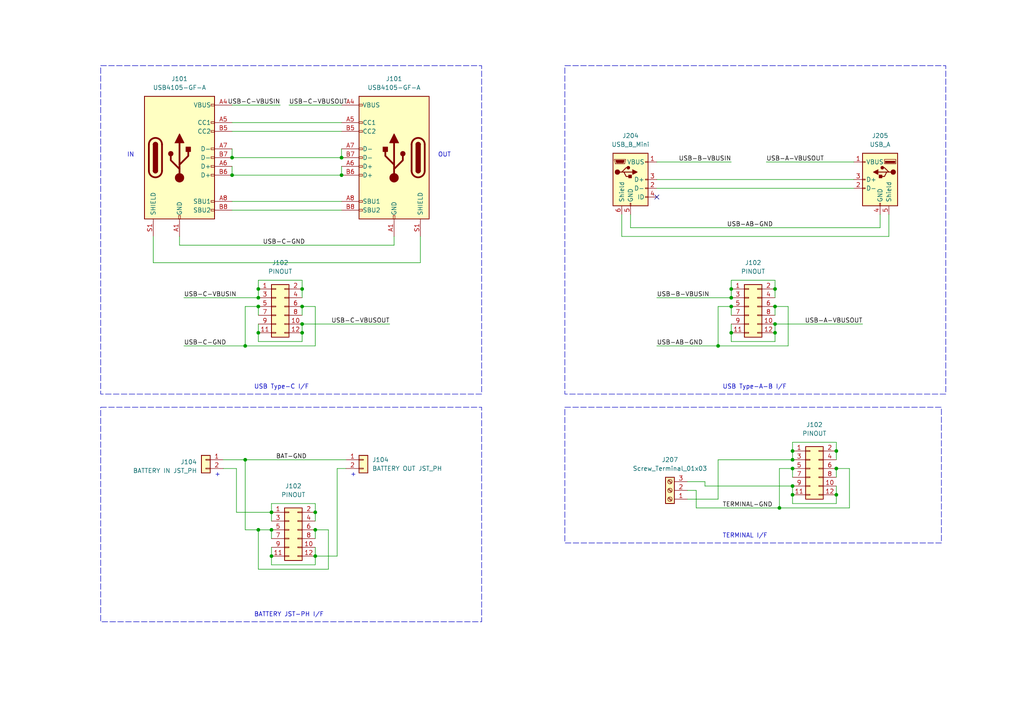
<source format=kicad_sch>
(kicad_sch (version 20230121) (generator eeschema)

  (uuid 963d2495-ce73-45de-8109-9d2ab9613abe)

  (paper "A4")

  (lib_symbols
    (symbol "Connector_Generic:Conn_01x02" (pin_names (offset 1.016) hide) (in_bom yes) (on_board yes)
      (property "Reference" "J" (at 0 2.54 0)
        (effects (font (size 1.27 1.27)))
      )
      (property "Value" "Conn_01x02" (at 0 -5.08 0)
        (effects (font (size 1.27 1.27)))
      )
      (property "Footprint" "" (at 0 0 0)
        (effects (font (size 1.27 1.27)) hide)
      )
      (property "Datasheet" "~" (at 0 0 0)
        (effects (font (size 1.27 1.27)) hide)
      )
      (property "ki_keywords" "connector" (at 0 0 0)
        (effects (font (size 1.27 1.27)) hide)
      )
      (property "ki_description" "Generic connector, single row, 01x02, script generated (kicad-library-utils/schlib/autogen/connector/)" (at 0 0 0)
        (effects (font (size 1.27 1.27)) hide)
      )
      (property "ki_fp_filters" "Connector*:*_1x??_*" (at 0 0 0)
        (effects (font (size 1.27 1.27)) hide)
      )
      (symbol "Conn_01x02_1_1"
        (rectangle (start -1.27 -2.413) (end 0 -2.667)
          (stroke (width 0.1524) (type default))
          (fill (type none))
        )
        (rectangle (start -1.27 0.127) (end 0 -0.127)
          (stroke (width 0.1524) (type default))
          (fill (type none))
        )
        (rectangle (start -1.27 1.27) (end 1.27 -3.81)
          (stroke (width 0.254) (type default))
          (fill (type background))
        )
        (pin passive line (at -5.08 0 0) (length 3.81)
          (name "Pin_1" (effects (font (size 1.27 1.27))))
          (number "1" (effects (font (size 1.27 1.27))))
        )
        (pin passive line (at -5.08 -2.54 0) (length 3.81)
          (name "Pin_2" (effects (font (size 1.27 1.27))))
          (number "2" (effects (font (size 1.27 1.27))))
        )
      )
    )
    (symbol "tbctl:Conn_02x06_Odd_Even" (pin_names (offset 1.016) hide) (in_bom yes) (on_board yes)
      (property "Reference" "J" (at 1.27 7.62 0)
        (effects (font (size 1.27 1.27)))
      )
      (property "Value" "Conn_02x06_Odd_Even" (at 1.27 -10.16 0)
        (effects (font (size 1.27 1.27)))
      )
      (property "Footprint" "" (at 0 0 0)
        (effects (font (size 1.27 1.27)) hide)
      )
      (property "Datasheet" "~" (at 0 0 0)
        (effects (font (size 1.27 1.27)) hide)
      )
      (property "ki_keywords" "connector" (at 0 0 0)
        (effects (font (size 1.27 1.27)) hide)
      )
      (property "ki_description" "Generic connector, double row, 02x06, odd/even pin numbering scheme (row 1 odd numbers, row 2 even numbers), script generated (kicad-library-utils/schlib/autogen/connector/)" (at 0 0 0)
        (effects (font (size 1.27 1.27)) hide)
      )
      (property "ki_fp_filters" "Connector*:*_2x??_*" (at 0 0 0)
        (effects (font (size 1.27 1.27)) hide)
      )
      (symbol "Conn_02x06_Odd_Even_1_1"
        (rectangle (start -1.27 -7.493) (end 0 -7.747)
          (stroke (width 0.1524) (type default))
          (fill (type none))
        )
        (rectangle (start -1.27 -4.953) (end 0 -5.207)
          (stroke (width 0.1524) (type default))
          (fill (type none))
        )
        (rectangle (start -1.27 -2.413) (end 0 -2.667)
          (stroke (width 0.1524) (type default))
          (fill (type none))
        )
        (rectangle (start -1.27 0.127) (end 0 -0.127)
          (stroke (width 0.1524) (type default))
          (fill (type none))
        )
        (rectangle (start -1.27 2.667) (end 0 2.413)
          (stroke (width 0.1524) (type default))
          (fill (type none))
        )
        (rectangle (start -1.27 5.207) (end 0 4.953)
          (stroke (width 0.1524) (type default))
          (fill (type none))
        )
        (rectangle (start -1.27 6.35) (end 3.81 -8.89)
          (stroke (width 0.254) (type default))
          (fill (type background))
        )
        (rectangle (start 3.81 -7.493) (end 2.54 -7.747)
          (stroke (width 0.1524) (type default))
          (fill (type none))
        )
        (rectangle (start 3.81 -4.953) (end 2.54 -5.207)
          (stroke (width 0.1524) (type default))
          (fill (type none))
        )
        (rectangle (start 3.81 -2.413) (end 2.54 -2.667)
          (stroke (width 0.1524) (type default))
          (fill (type none))
        )
        (rectangle (start 3.81 0.127) (end 2.54 -0.127)
          (stroke (width 0.1524) (type default))
          (fill (type none))
        )
        (rectangle (start 3.81 2.667) (end 2.54 2.413)
          (stroke (width 0.1524) (type default))
          (fill (type none))
        )
        (rectangle (start 3.81 5.207) (end 2.54 4.953)
          (stroke (width 0.1524) (type default))
          (fill (type none))
        )
        (pin passive line (at -5.08 5.08 0) (length 3.81)
          (name "Pin_1" (effects (font (size 1.27 1.27))))
          (number "1" (effects (font (size 1.27 1.27))))
        )
        (pin passive line (at 7.62 -5.08 180) (length 3.81)
          (name "Pin_10" (effects (font (size 1.27 1.27))))
          (number "10" (effects (font (size 1.27 1.27))))
        )
        (pin passive line (at -5.08 -7.62 0) (length 3.81)
          (name "Pin_11" (effects (font (size 1.27 1.27))))
          (number "11" (effects (font (size 1.27 1.27))))
        )
        (pin passive line (at 7.62 -7.62 180) (length 3.81)
          (name "Pin_12" (effects (font (size 1.27 1.27))))
          (number "12" (effects (font (size 1.27 1.27))))
        )
        (pin passive line (at 7.62 5.08 180) (length 3.81)
          (name "Pin_2" (effects (font (size 1.27 1.27))))
          (number "2" (effects (font (size 1.27 1.27))))
        )
        (pin passive line (at -5.08 2.54 0) (length 3.81)
          (name "Pin_3" (effects (font (size 1.27 1.27))))
          (number "3" (effects (font (size 1.27 1.27))))
        )
        (pin passive line (at 7.62 2.54 180) (length 3.81)
          (name "Pin_4" (effects (font (size 1.27 1.27))))
          (number "4" (effects (font (size 1.27 1.27))))
        )
        (pin passive line (at -5.08 0 0) (length 3.81)
          (name "Pin_5" (effects (font (size 1.27 1.27))))
          (number "5" (effects (font (size 1.27 1.27))))
        )
        (pin passive line (at 7.62 0 180) (length 3.81)
          (name "Pin_6" (effects (font (size 1.27 1.27))))
          (number "6" (effects (font (size 1.27 1.27))))
        )
        (pin passive line (at -5.08 -2.54 0) (length 3.81)
          (name "Pin_7" (effects (font (size 1.27 1.27))))
          (number "7" (effects (font (size 1.27 1.27))))
        )
        (pin passive line (at 7.62 -2.54 180) (length 3.81)
          (name "Pin_8" (effects (font (size 1.27 1.27))))
          (number "8" (effects (font (size 1.27 1.27))))
        )
        (pin passive line (at -5.08 -5.08 0) (length 3.81)
          (name "Pin_9" (effects (font (size 1.27 1.27))))
          (number "9" (effects (font (size 1.27 1.27))))
        )
      )
    )
    (symbol "tbctl:Screw_Terminal_01x03" (pin_names (offset 1.016) hide) (in_bom yes) (on_board yes)
      (property "Reference" "J" (at 0 5.08 0)
        (effects (font (size 1.27 1.27)))
      )
      (property "Value" "Screw_Terminal_01x03" (at 0 -5.08 0)
        (effects (font (size 1.27 1.27)))
      )
      (property "Footprint" "tbctl:TB112-2-2-3-E-1 Terminal Block" (at 0 0 0)
        (effects (font (size 1.27 1.27)) hide)
      )
      (property "Datasheet" "~" (at 0 0 0)
        (effects (font (size 1.27 1.27)) hide)
      )
      (property "ki_keywords" "screw terminal" (at 0 0 0)
        (effects (font (size 1.27 1.27)) hide)
      )
      (property "ki_description" "Generic screw terminal, single row, 01x03, script generated (kicad-library-utils/schlib/autogen/connector/)" (at 0 0 0)
        (effects (font (size 1.27 1.27)) hide)
      )
      (property "ki_fp_filters" "TerminalBlock*:*" (at 0 0 0)
        (effects (font (size 1.27 1.27)) hide)
      )
      (symbol "Screw_Terminal_01x03_1_1"
        (rectangle (start -1.27 3.81) (end 1.27 -3.81)
          (stroke (width 0.254) (type default))
          (fill (type background))
        )
        (circle (center 0 -2.54) (radius 0.635)
          (stroke (width 0.1524) (type default))
          (fill (type none))
        )
        (polyline
          (pts
            (xy -0.5334 -2.2098)
            (xy 0.3302 -3.048)
          )
          (stroke (width 0.1524) (type default))
          (fill (type none))
        )
        (polyline
          (pts
            (xy -0.5334 0.3302)
            (xy 0.3302 -0.508)
          )
          (stroke (width 0.1524) (type default))
          (fill (type none))
        )
        (polyline
          (pts
            (xy -0.5334 2.8702)
            (xy 0.3302 2.032)
          )
          (stroke (width 0.1524) (type default))
          (fill (type none))
        )
        (polyline
          (pts
            (xy -0.3556 -2.032)
            (xy 0.508 -2.8702)
          )
          (stroke (width 0.1524) (type default))
          (fill (type none))
        )
        (polyline
          (pts
            (xy -0.3556 0.508)
            (xy 0.508 -0.3302)
          )
          (stroke (width 0.1524) (type default))
          (fill (type none))
        )
        (polyline
          (pts
            (xy -0.3556 3.048)
            (xy 0.508 2.2098)
          )
          (stroke (width 0.1524) (type default))
          (fill (type none))
        )
        (circle (center 0 0) (radius 0.635)
          (stroke (width 0.1524) (type default))
          (fill (type none))
        )
        (circle (center 0 2.54) (radius 0.635)
          (stroke (width 0.1524) (type default))
          (fill (type none))
        )
        (pin passive line (at -5.08 2.54 0) (length 3.81)
          (name "Pin_1" (effects (font (size 1.27 1.27))))
          (number "1" (effects (font (size 1.27 1.27))))
        )
        (pin passive line (at -5.08 0 0) (length 3.81)
          (name "Pin_2" (effects (font (size 1.27 1.27))))
          (number "2" (effects (font (size 1.27 1.27))))
        )
        (pin passive line (at -5.08 -2.54 0) (length 3.81)
          (name "Pin_3" (effects (font (size 1.27 1.27))))
          (number "3" (effects (font (size 1.27 1.27))))
        )
      )
    )
    (symbol "tbctl:USB_A" (pin_names (offset 1.016)) (in_bom yes) (on_board yes)
      (property "Reference" "J" (at -5.08 11.43 0)
        (effects (font (size 1.27 1.27)) (justify left))
      )
      (property "Value" "USB_A" (at -5.08 8.89 0)
        (effects (font (size 1.27 1.27)) (justify left))
      )
      (property "Footprint" "tbctl:USB_A_5075AR-04" (at 3.81 -1.27 0)
        (effects (font (size 1.27 1.27)) hide)
      )
      (property "Datasheet" " ~" (at 3.81 -1.27 0)
        (effects (font (size 1.27 1.27)) hide)
      )
      (property "ki_keywords" "connector USB" (at 0 0 0)
        (effects (font (size 1.27 1.27)) hide)
      )
      (property "ki_description" "USB Type A connector" (at 0 0 0)
        (effects (font (size 1.27 1.27)) hide)
      )
      (property "ki_fp_filters" "USB*" (at 0 0 0)
        (effects (font (size 1.27 1.27)) hide)
      )
      (symbol "USB_A_0_1"
        (rectangle (start -5.08 -7.62) (end 5.08 7.62)
          (stroke (width 0.254) (type default))
          (fill (type background))
        )
        (circle (center -3.81 2.159) (radius 0.635)
          (stroke (width 0.254) (type default))
          (fill (type outline))
        )
        (rectangle (start -1.524 4.826) (end -4.318 5.334)
          (stroke (width 0) (type default))
          (fill (type outline))
        )
        (rectangle (start -1.27 4.572) (end -4.572 5.842)
          (stroke (width 0) (type default))
          (fill (type none))
        )
        (circle (center -0.635 3.429) (radius 0.381)
          (stroke (width 0.254) (type default))
          (fill (type outline))
        )
        (rectangle (start -0.127 -7.62) (end 0.127 -6.858)
          (stroke (width 0) (type default))
          (fill (type none))
        )
        (polyline
          (pts
            (xy -3.175 2.159)
            (xy -2.54 2.159)
            (xy -1.27 3.429)
            (xy -0.635 3.429)
          )
          (stroke (width 0.254) (type default))
          (fill (type none))
        )
        (polyline
          (pts
            (xy -2.54 2.159)
            (xy -1.905 2.159)
            (xy -1.27 0.889)
            (xy 0 0.889)
          )
          (stroke (width 0.254) (type default))
          (fill (type none))
        )
        (polyline
          (pts
            (xy 0.635 2.794)
            (xy 0.635 1.524)
            (xy 1.905 2.159)
            (xy 0.635 2.794)
          )
          (stroke (width 0.254) (type default))
          (fill (type outline))
        )
        (rectangle (start 0.254 1.27) (end -0.508 0.508)
          (stroke (width 0.254) (type default))
          (fill (type outline))
        )
        (rectangle (start 5.08 -2.667) (end 4.318 -2.413)
          (stroke (width 0) (type default))
          (fill (type none))
        )
        (rectangle (start 5.08 -0.127) (end 4.318 0.127)
          (stroke (width 0) (type default))
          (fill (type none))
        )
        (rectangle (start 5.08 4.953) (end 4.318 5.207)
          (stroke (width 0) (type default))
          (fill (type none))
        )
      )
      (symbol "USB_A_1_1"
        (polyline
          (pts
            (xy -1.905 2.159)
            (xy 0.635 2.159)
          )
          (stroke (width 0.254) (type default))
          (fill (type none))
        )
        (pin power_in line (at 7.62 5.08 180) (length 2.54)
          (name "VBUS" (effects (font (size 1.27 1.27))))
          (number "1" (effects (font (size 1.27 1.27))))
        )
        (pin bidirectional line (at 7.62 -2.54 180) (length 2.54)
          (name "D-" (effects (font (size 1.27 1.27))))
          (number "2" (effects (font (size 1.27 1.27))))
        )
        (pin bidirectional line (at 7.62 0 180) (length 2.54)
          (name "D+" (effects (font (size 1.27 1.27))))
          (number "3" (effects (font (size 1.27 1.27))))
        )
        (pin power_in line (at 0 -10.16 90) (length 2.54)
          (name "GND" (effects (font (size 1.27 1.27))))
          (number "4" (effects (font (size 1.27 1.27))))
        )
        (pin passive line (at -2.54 -10.16 90) (length 2.54)
          (name "Shield" (effects (font (size 1.27 1.27))))
          (number "5" (effects (font (size 1.27 1.27))))
        )
      )
    )
    (symbol "tbctl:USB_B_Mini" (pin_names (offset 1.016)) (in_bom yes) (on_board yes)
      (property "Reference" "J" (at -5.08 11.43 0)
        (effects (font (size 1.27 1.27)) (justify left))
      )
      (property "Value" "USB_B_Mini" (at -5.08 8.89 0)
        (effects (font (size 1.27 1.27)) (justify left))
      )
      (property "Footprint" "tbctl:usb mini B connector c2235 dim 2" (at 3.81 -1.27 0)
        (effects (font (size 1.27 1.27)) hide)
      )
      (property "Datasheet" "~" (at 3.81 -1.27 0)
        (effects (font (size 1.27 1.27)) hide)
      )
      (property "ki_keywords" "connector USB mini" (at 0 0 0)
        (effects (font (size 1.27 1.27)) hide)
      )
      (property "ki_description" "USB Mini Type B connector" (at 0 0 0)
        (effects (font (size 1.27 1.27)) hide)
      )
      (property "ki_fp_filters" "USB*" (at 0 0 0)
        (effects (font (size 1.27 1.27)) hide)
      )
      (symbol "USB_B_Mini_0_1"
        (rectangle (start -5.08 -7.62) (end 5.08 7.62)
          (stroke (width 0.254) (type default))
          (fill (type background))
        )
        (circle (center -3.81 2.159) (radius 0.635)
          (stroke (width 0.254) (type default))
          (fill (type outline))
        )
        (circle (center -0.635 3.429) (radius 0.381)
          (stroke (width 0.254) (type default))
          (fill (type outline))
        )
        (rectangle (start -0.127 -7.62) (end 0.127 -6.858)
          (stroke (width 0) (type default))
          (fill (type none))
        )
        (polyline
          (pts
            (xy -1.905 2.159)
            (xy 0.635 2.159)
          )
          (stroke (width 0.254) (type default))
          (fill (type none))
        )
        (polyline
          (pts
            (xy -3.175 2.159)
            (xy -2.54 2.159)
            (xy -1.27 3.429)
            (xy -0.635 3.429)
          )
          (stroke (width 0.254) (type default))
          (fill (type none))
        )
        (polyline
          (pts
            (xy -2.54 2.159)
            (xy -1.905 2.159)
            (xy -1.27 0.889)
            (xy 0 0.889)
          )
          (stroke (width 0.254) (type default))
          (fill (type none))
        )
        (polyline
          (pts
            (xy 0.635 2.794)
            (xy 0.635 1.524)
            (xy 1.905 2.159)
            (xy 0.635 2.794)
          )
          (stroke (width 0.254) (type default))
          (fill (type outline))
        )
        (polyline
          (pts
            (xy -4.318 5.588)
            (xy -1.778 5.588)
            (xy -2.032 4.826)
            (xy -4.064 4.826)
            (xy -4.318 5.588)
          )
          (stroke (width 0) (type default))
          (fill (type outline))
        )
        (polyline
          (pts
            (xy -4.699 5.842)
            (xy -4.699 5.588)
            (xy -4.445 4.826)
            (xy -4.445 4.572)
            (xy -1.651 4.572)
            (xy -1.651 4.826)
            (xy -1.397 5.588)
            (xy -1.397 5.842)
            (xy -4.699 5.842)
          )
          (stroke (width 0) (type default))
          (fill (type none))
        )
        (rectangle (start 0.254 1.27) (end -0.508 0.508)
          (stroke (width 0.254) (type default))
          (fill (type outline))
        )
        (rectangle (start 5.08 -5.207) (end 4.318 -4.953)
          (stroke (width 0) (type default))
          (fill (type none))
        )
        (rectangle (start 5.08 -2.667) (end 4.318 -2.413)
          (stroke (width 0) (type default))
          (fill (type none))
        )
        (rectangle (start 5.08 -0.127) (end 4.318 0.127)
          (stroke (width 0) (type default))
          (fill (type none))
        )
        (rectangle (start 5.08 4.953) (end 4.318 5.207)
          (stroke (width 0) (type default))
          (fill (type none))
        )
      )
      (symbol "USB_B_Mini_1_1"
        (pin power_out line (at 7.62 5.08 180) (length 2.54)
          (name "VBUS" (effects (font (size 1.27 1.27))))
          (number "1" (effects (font (size 1.27 1.27))))
        )
        (pin bidirectional line (at 7.62 -2.54 180) (length 2.54)
          (name "D-" (effects (font (size 1.27 1.27))))
          (number "2" (effects (font (size 1.27 1.27))))
        )
        (pin bidirectional line (at 7.62 0 180) (length 2.54)
          (name "D+" (effects (font (size 1.27 1.27))))
          (number "3" (effects (font (size 1.27 1.27))))
        )
        (pin passive line (at 7.62 -5.08 180) (length 2.54)
          (name "ID" (effects (font (size 1.27 1.27))))
          (number "4" (effects (font (size 1.27 1.27))))
        )
        (pin power_out line (at 0 -10.16 90) (length 2.54)
          (name "GND" (effects (font (size 1.27 1.27))))
          (number "5" (effects (font (size 1.27 1.27))))
        )
        (pin passive line (at -2.54 -10.16 90) (length 2.54)
          (name "Shield" (effects (font (size 1.27 1.27))))
          (number "6" (effects (font (size 1.27 1.27))))
        )
      )
    )
    (symbol "tbctl:USB_C_Receptacle_USB2.0_5077CR" (pin_names (offset 1.016)) (in_bom yes) (on_board yes)
      (property "Reference" "J" (at -10.16 19.05 0)
        (effects (font (size 1.27 1.27)) (justify left))
      )
      (property "Value" "USB_C_Receptacle_USB2.0_5077CR" (at 19.05 19.05 0)
        (effects (font (size 1.27 1.27)) (justify right))
      )
      (property "Footprint" "tbctl:USB_C_5077CR-16-SMC2-BK-TR" (at 3.81 0 0)
        (effects (font (size 1.27 1.27)) hide)
      )
      (property "Datasheet" "https://www.usb.org/sites/default/files/documents/usb_type-c.zip" (at 3.81 0 0)
        (effects (font (size 1.27 1.27)) hide)
      )
      (property "ki_keywords" "usb universal serial bus type-C USB2.0" (at 0 0 0)
        (effects (font (size 1.27 1.27)) hide)
      )
      (property "ki_description" "USB 2.0-only Type-C Receptacle connector" (at 0 0 0)
        (effects (font (size 1.27 1.27)) hide)
      )
      (property "ki_fp_filters" "USB*C*Receptacle*" (at 0 0 0)
        (effects (font (size 1.27 1.27)) hide)
      )
      (symbol "USB_C_Receptacle_USB2.0_5077CR_0_0"
        (rectangle (start -0.254 -17.78) (end 0.254 -16.764)
          (stroke (width 0) (type default))
          (fill (type none))
        )
        (rectangle (start 10.16 -14.986) (end 9.144 -15.494)
          (stroke (width 0) (type default))
          (fill (type none))
        )
        (rectangle (start 10.16 -12.446) (end 9.144 -12.954)
          (stroke (width 0) (type default))
          (fill (type none))
        )
        (rectangle (start 10.16 -4.826) (end 9.144 -5.334)
          (stroke (width 0) (type default))
          (fill (type none))
        )
        (rectangle (start 10.16 -2.286) (end 9.144 -2.794)
          (stroke (width 0) (type default))
          (fill (type none))
        )
        (rectangle (start 10.16 0.254) (end 9.144 -0.254)
          (stroke (width 0) (type default))
          (fill (type none))
        )
        (rectangle (start 10.16 2.794) (end 9.144 2.286)
          (stroke (width 0) (type default))
          (fill (type none))
        )
        (rectangle (start 10.16 7.874) (end 9.144 7.366)
          (stroke (width 0) (type default))
          (fill (type none))
        )
        (rectangle (start 10.16 10.414) (end 9.144 9.906)
          (stroke (width 0) (type default))
          (fill (type none))
        )
        (rectangle (start 10.16 15.494) (end 9.144 14.986)
          (stroke (width 0) (type default))
          (fill (type none))
        )
      )
      (symbol "USB_C_Receptacle_USB2.0_5077CR_0_1"
        (rectangle (start -10.16 17.78) (end 10.16 -17.78)
          (stroke (width 0.254) (type default))
          (fill (type background))
        )
        (arc (start -8.89 -3.81) (mid -6.985 -5.7067) (end -5.08 -3.81)
          (stroke (width 0.508) (type default))
          (fill (type none))
        )
        (arc (start -7.62 -3.81) (mid -6.985 -4.4423) (end -6.35 -3.81)
          (stroke (width 0.254) (type default))
          (fill (type none))
        )
        (arc (start -7.62 -3.81) (mid -6.985 -4.4423) (end -6.35 -3.81)
          (stroke (width 0.254) (type default))
          (fill (type outline))
        )
        (rectangle (start -7.62 -3.81) (end -6.35 3.81)
          (stroke (width 0.254) (type default))
          (fill (type outline))
        )
        (arc (start -6.35 3.81) (mid -6.985 4.4423) (end -7.62 3.81)
          (stroke (width 0.254) (type default))
          (fill (type none))
        )
        (arc (start -6.35 3.81) (mid -6.985 4.4423) (end -7.62 3.81)
          (stroke (width 0.254) (type default))
          (fill (type outline))
        )
        (arc (start -5.08 3.81) (mid -6.985 5.7067) (end -8.89 3.81)
          (stroke (width 0.508) (type default))
          (fill (type none))
        )
        (circle (center -2.54 1.143) (radius 0.635)
          (stroke (width 0.254) (type default))
          (fill (type outline))
        )
        (circle (center 0 -5.842) (radius 1.27)
          (stroke (width 0) (type default))
          (fill (type outline))
        )
        (polyline
          (pts
            (xy -8.89 -3.81)
            (xy -8.89 3.81)
          )
          (stroke (width 0.508) (type default))
          (fill (type none))
        )
        (polyline
          (pts
            (xy -5.08 3.81)
            (xy -5.08 -3.81)
          )
          (stroke (width 0.508) (type default))
          (fill (type none))
        )
        (polyline
          (pts
            (xy 0 -5.842)
            (xy 0 4.318)
          )
          (stroke (width 0.508) (type default))
          (fill (type none))
        )
        (polyline
          (pts
            (xy 0 -3.302)
            (xy -2.54 -0.762)
            (xy -2.54 0.508)
          )
          (stroke (width 0.508) (type default))
          (fill (type none))
        )
        (polyline
          (pts
            (xy 0 -2.032)
            (xy 2.54 0.508)
            (xy 2.54 1.778)
          )
          (stroke (width 0.508) (type default))
          (fill (type none))
        )
        (polyline
          (pts
            (xy -1.27 4.318)
            (xy 0 6.858)
            (xy 1.27 4.318)
            (xy -1.27 4.318)
          )
          (stroke (width 0.254) (type default))
          (fill (type outline))
        )
        (rectangle (start 1.905 1.778) (end 3.175 3.048)
          (stroke (width 0.254) (type default))
          (fill (type outline))
        )
      )
      (symbol "USB_C_Receptacle_USB2.0_5077CR_1_1"
        (pin passive line (at 0 -22.86 90) (length 5.08)
          (name "GND" (effects (font (size 1.27 1.27))))
          (number "A1" (effects (font (size 1.27 1.27))))
        )
        (pin passive line (at 0 -22.86 90) (length 5.08) hide
          (name "GND" (effects (font (size 1.27 1.27))))
          (number "A12" (effects (font (size 1.27 1.27))))
        )
        (pin passive line (at 15.24 15.24 180) (length 5.08)
          (name "VBUS" (effects (font (size 1.27 1.27))))
          (number "A4" (effects (font (size 1.27 1.27))))
        )
        (pin bidirectional line (at 15.24 10.16 180) (length 5.08)
          (name "CC1" (effects (font (size 1.27 1.27))))
          (number "A5" (effects (font (size 1.27 1.27))))
        )
        (pin bidirectional line (at 15.24 -2.54 180) (length 5.08)
          (name "D+" (effects (font (size 1.27 1.27))))
          (number "A6" (effects (font (size 1.27 1.27))))
        )
        (pin bidirectional line (at 15.24 2.54 180) (length 5.08)
          (name "D-" (effects (font (size 1.27 1.27))))
          (number "A7" (effects (font (size 1.27 1.27))))
        )
        (pin bidirectional line (at 15.24 -12.7 180) (length 5.08)
          (name "SBU1" (effects (font (size 1.27 1.27))))
          (number "A8" (effects (font (size 1.27 1.27))))
        )
        (pin passive line (at 15.24 15.24 180) (length 5.08) hide
          (name "VBUS" (effects (font (size 1.27 1.27))))
          (number "A9" (effects (font (size 1.27 1.27))))
        )
        (pin passive line (at 0 -22.86 90) (length 5.08) hide
          (name "GND" (effects (font (size 1.27 1.27))))
          (number "B1" (effects (font (size 1.27 1.27))))
        )
        (pin passive line (at 0 -22.86 90) (length 5.08) hide
          (name "GND" (effects (font (size 1.27 1.27))))
          (number "B12" (effects (font (size 1.27 1.27))))
        )
        (pin passive line (at 15.24 15.24 180) (length 5.08) hide
          (name "VBUS" (effects (font (size 1.27 1.27))))
          (number "B4" (effects (font (size 1.27 1.27))))
        )
        (pin bidirectional line (at 15.24 7.62 180) (length 5.08)
          (name "CC2" (effects (font (size 1.27 1.27))))
          (number "B5" (effects (font (size 1.27 1.27))))
        )
        (pin bidirectional line (at 15.24 -5.08 180) (length 5.08)
          (name "D+" (effects (font (size 1.27 1.27))))
          (number "B6" (effects (font (size 1.27 1.27))))
        )
        (pin bidirectional line (at 15.24 0 180) (length 5.08)
          (name "D-" (effects (font (size 1.27 1.27))))
          (number "B7" (effects (font (size 1.27 1.27))))
        )
        (pin bidirectional line (at 15.24 -15.24 180) (length 5.08)
          (name "SBU2" (effects (font (size 1.27 1.27))))
          (number "B8" (effects (font (size 1.27 1.27))))
        )
        (pin passive line (at 15.24 15.24 180) (length 5.08) hide
          (name "VBUS" (effects (font (size 1.27 1.27))))
          (number "B9" (effects (font (size 1.27 1.27))))
        )
        (pin passive line (at -7.62 -22.86 90) (length 5.08)
          (name "SHIELD" (effects (font (size 1.27 1.27))))
          (number "S1" (effects (font (size 1.27 1.27))))
        )
      )
    )
  )

  (junction (at 224.79 93.98) (diameter 0) (color 0 0 0 0)
    (uuid 0701ed3a-a1ae-48d3-b369-59b21acc1b10)
  )
  (junction (at 208.28 100.33) (diameter 0) (color 0 0 0 0)
    (uuid 077c0eb3-1471-4a20-8be7-6a623f2b33f4)
  )
  (junction (at 229.87 130.81) (diameter 0) (color 0 0 0 0)
    (uuid 10a2559d-32b4-475d-999a-61b8501df900)
  )
  (junction (at 212.09 88.9) (diameter 0) (color 0 0 0 0)
    (uuid 441100a0-0e43-45cc-ab5e-d482b12f7904)
  )
  (junction (at 78.74 148.59) (diameter 0) (color 0 0 0 0)
    (uuid 4467e739-9004-42ca-8e92-d354d2efe573)
  )
  (junction (at 229.87 135.89) (diameter 0) (color 0 0 0 0)
    (uuid 465ef111-3ab6-4c30-bbb5-d1d54538b4e3)
  )
  (junction (at 74.93 88.9) (diameter 0) (color 0 0 0 0)
    (uuid 4876368f-368b-4906-add5-d75721da94e5)
  )
  (junction (at 74.93 86.36) (diameter 0) (color 0 0 0 0)
    (uuid 4e66bc7b-9491-4cd6-843d-cc1fee4a3b27)
  )
  (junction (at 242.57 135.89) (diameter 0) (color 0 0 0 0)
    (uuid 4ff69e40-b8a2-4e4a-9684-c42a458b3632)
  )
  (junction (at 229.87 133.35) (diameter 0) (color 0 0 0 0)
    (uuid 52c976d8-5cea-4044-9941-f92461135554)
  )
  (junction (at 229.87 143.51) (diameter 0) (color 0 0 0 0)
    (uuid 6413bc24-617c-4d02-bb5e-364276b82048)
  )
  (junction (at 224.79 96.52) (diameter 0) (color 0 0 0 0)
    (uuid 6546fc90-edcb-4c2d-a1ca-b43833b2e1f5)
  )
  (junction (at 91.44 153.67) (diameter 0) (color 0 0 0 0)
    (uuid 6c98d318-2832-4169-a453-13219d08eb7f)
  )
  (junction (at 87.63 93.98) (diameter 0) (color 0 0 0 0)
    (uuid 74e13585-61f6-4c1a-a55d-5a87a9d4a356)
  )
  (junction (at 71.12 100.33) (diameter 0) (color 0 0 0 0)
    (uuid 78a5d23b-14e1-41e9-8f00-c405ec06e6cb)
  )
  (junction (at 224.79 83.82) (diameter 0) (color 0 0 0 0)
    (uuid 7d5fbe5f-c462-4a1e-ae21-b606dbc381db)
  )
  (junction (at 74.93 153.67) (diameter 0) (color 0 0 0 0)
    (uuid 8a837bc4-cb99-4d9e-bb21-4fdb1b5da363)
  )
  (junction (at 99.06 50.8) (diameter 0) (color 0 0 0 0)
    (uuid 8e5664e9-f4b8-4359-8138-cb82dc574196)
  )
  (junction (at 87.63 83.82) (diameter 0) (color 0 0 0 0)
    (uuid 9236dbac-d958-4a81-9b4c-3c05c0380eec)
  )
  (junction (at 99.06 45.72) (diameter 0) (color 0 0 0 0)
    (uuid 9514026a-1043-48f4-8ef6-060b2d814f2e)
  )
  (junction (at 78.74 153.67) (diameter 0) (color 0 0 0 0)
    (uuid 97cc2d02-4e5d-476b-872c-0df9c128316c)
  )
  (junction (at 212.09 83.82) (diameter 0) (color 0 0 0 0)
    (uuid 9aa41ec8-118f-429d-a3ca-ccd771a54dc3)
  )
  (junction (at 71.12 133.35) (diameter 0) (color 0 0 0 0)
    (uuid 9c27bfa0-be38-41ba-8bc8-36bd6e255de3)
  )
  (junction (at 212.09 96.52) (diameter 0) (color 0 0 0 0)
    (uuid a797e0b7-8c5a-448d-8eda-01e827d562f9)
  )
  (junction (at 67.31 50.8) (diameter 0) (color 0 0 0 0)
    (uuid abce4624-fc8c-4870-a7fc-de13026795d3)
  )
  (junction (at 212.09 86.36) (diameter 0) (color 0 0 0 0)
    (uuid af5dd8da-1d1b-4a2d-b088-c730a5b9dd94)
  )
  (junction (at 242.57 130.81) (diameter 0) (color 0 0 0 0)
    (uuid b3567c0a-4541-4dde-b443-d52447f34974)
  )
  (junction (at 91.44 161.29) (diameter 0) (color 0 0 0 0)
    (uuid b60689d4-37a0-4555-8be3-5e634b17715b)
  )
  (junction (at 229.87 140.97) (diameter 0) (color 0 0 0 0)
    (uuid b9b6d07f-cf9a-4907-92f2-3b7c6d7723ec)
  )
  (junction (at 224.79 88.9) (diameter 0) (color 0 0 0 0)
    (uuid be02e02b-2292-468a-9ef7-d8033ee69375)
  )
  (junction (at 74.93 96.52) (diameter 0) (color 0 0 0 0)
    (uuid c94bf639-c465-4d4d-82ac-eb4c3959ea85)
  )
  (junction (at 91.44 148.59) (diameter 0) (color 0 0 0 0)
    (uuid d18aacc9-f66a-43d2-bf0c-d7ec21f56a7d)
  )
  (junction (at 78.74 161.29) (diameter 0) (color 0 0 0 0)
    (uuid e8671d98-fa25-495b-8948-6871ce105cb8)
  )
  (junction (at 242.57 143.51) (diameter 0) (color 0 0 0 0)
    (uuid ec016152-c4ca-4f9e-8db1-b4e26b4f1d73)
  )
  (junction (at 67.31 45.72) (diameter 0) (color 0 0 0 0)
    (uuid f0a7d638-d506-400d-912d-c1d0ee8dba59)
  )
  (junction (at 87.63 88.9) (diameter 0) (color 0 0 0 0)
    (uuid f1f3d73d-ece0-4b6d-9ae0-d2e0539191b4)
  )
  (junction (at 226.06 147.32) (diameter 0) (color 0 0 0 0)
    (uuid f453e4f1-c286-43ef-95ad-09389fe29d49)
  )
  (junction (at 74.93 83.82) (diameter 0) (color 0 0 0 0)
    (uuid f865a879-e3bc-42c5-aaf3-87dc96558479)
  )
  (junction (at 87.63 96.52) (diameter 0) (color 0 0 0 0)
    (uuid fc7b195f-a43b-475f-b742-3616cfc0d34c)
  )

  (no_connect (at 190.5 57.15) (uuid 18af84d7-f0b2-4767-9b11-bc615c103156))

  (wire (pts (xy 71.12 100.33) (xy 91.44 100.33))
    (stroke (width 0) (type default))
    (uuid 00899435-1436-4483-b8f4-81415135c3a0)
  )
  (wire (pts (xy 67.31 38.1) (xy 99.06 38.1))
    (stroke (width 0) (type default))
    (uuid 01e697df-0141-4af9-bf2f-6cc95b20dbdf)
  )
  (wire (pts (xy 95.25 165.1) (xy 95.25 153.67))
    (stroke (width 0) (type default))
    (uuid 02e6751b-0cce-4f89-916e-b04796ed246b)
  )
  (wire (pts (xy 67.31 30.48) (xy 81.28 30.48))
    (stroke (width 0) (type default))
    (uuid 04f00e16-55b5-40b1-abdd-c2a40e6012df)
  )
  (wire (pts (xy 204.47 140.97) (xy 204.47 139.7))
    (stroke (width 0) (type default))
    (uuid 061e4f73-56e1-46ec-8408-1495282423e1)
  )
  (wire (pts (xy 208.28 144.78) (xy 208.28 133.35))
    (stroke (width 0) (type default))
    (uuid 08a18dee-de39-4aef-a299-38a18b676ce1)
  )
  (wire (pts (xy 91.44 146.05) (xy 91.44 148.59))
    (stroke (width 0) (type default))
    (uuid 0a44e144-803f-44d8-a3a0-3965b26dec0b)
  )
  (wire (pts (xy 99.06 43.18) (xy 99.06 45.72))
    (stroke (width 0) (type default))
    (uuid 0d83ef96-5005-4dfb-981a-460020111cd8)
  )
  (wire (pts (xy 226.06 135.89) (xy 226.06 147.32))
    (stroke (width 0) (type default))
    (uuid 128d803a-c8c8-481d-93fa-913c72986b67)
  )
  (wire (pts (xy 53.34 86.36) (xy 74.93 86.36))
    (stroke (width 0) (type default))
    (uuid 13b9b691-0cf0-471f-b19d-1c0f7c53f9d9)
  )
  (wire (pts (xy 224.79 81.28) (xy 224.79 83.82))
    (stroke (width 0) (type default))
    (uuid 19641d1d-67c2-4e81-bdd5-b7b5fa8f1711)
  )
  (wire (pts (xy 229.87 146.05) (xy 242.57 146.05))
    (stroke (width 0) (type default))
    (uuid 1a173701-c25e-4733-a918-d8d486b76948)
  )
  (wire (pts (xy 121.92 76.2) (xy 121.92 68.58))
    (stroke (width 0) (type default))
    (uuid 1a79e6c6-5169-41e7-86fb-b6a5cbb169ba)
  )
  (wire (pts (xy 91.44 161.29) (xy 97.79 161.29))
    (stroke (width 0) (type default))
    (uuid 2253276d-4758-484d-8124-16b328d8b2f9)
  )
  (wire (pts (xy 74.93 83.82) (xy 74.93 81.28))
    (stroke (width 0) (type default))
    (uuid 23689fd0-3749-435d-8f8f-f9a0db04baf4)
  )
  (wire (pts (xy 67.31 60.96) (xy 99.06 60.96))
    (stroke (width 0) (type default))
    (uuid 2390c5a2-3c64-4ce4-962f-976ac2aeb7fd)
  )
  (wire (pts (xy 229.87 135.89) (xy 229.87 138.43))
    (stroke (width 0) (type default))
    (uuid 25bab4c8-4e16-49c8-8f9c-44b8b49715c3)
  )
  (wire (pts (xy 74.93 96.52) (xy 74.93 99.06))
    (stroke (width 0) (type default))
    (uuid 27248eef-798f-4648-849d-ede7de1f1549)
  )
  (wire (pts (xy 44.45 76.2) (xy 121.92 76.2))
    (stroke (width 0) (type default))
    (uuid 28597757-2e13-484b-a4ba-0074a41419e8)
  )
  (wire (pts (xy 64.77 135.89) (xy 68.58 135.89))
    (stroke (width 0) (type default))
    (uuid 2b403473-3bb7-4b6e-b817-6bc4d9266e45)
  )
  (wire (pts (xy 52.07 68.58) (xy 52.07 71.12))
    (stroke (width 0) (type default))
    (uuid 2b72f579-e91f-4831-ae47-a5448a6200a8)
  )
  (wire (pts (xy 78.74 158.75) (xy 78.74 161.29))
    (stroke (width 0) (type default))
    (uuid 300355a5-ca7a-4f55-a4a9-1641c949f3c8)
  )
  (wire (pts (xy 208.28 100.33) (xy 228.6 100.33))
    (stroke (width 0) (type default))
    (uuid 324a44e8-e6aa-4ba2-be31-d07c1f650ebf)
  )
  (wire (pts (xy 87.63 96.52) (xy 87.63 93.98))
    (stroke (width 0) (type default))
    (uuid 3341d675-5d4d-44a2-8e4c-42bb19f1daf7)
  )
  (wire (pts (xy 74.93 99.06) (xy 87.63 99.06))
    (stroke (width 0) (type default))
    (uuid 3584fe50-9511-4508-b9ce-22cac90ea485)
  )
  (wire (pts (xy 246.38 135.89) (xy 242.57 135.89))
    (stroke (width 0) (type default))
    (uuid 37656c4d-4dd2-4b02-9ecc-c4b2d2855d0d)
  )
  (wire (pts (xy 224.79 96.52) (xy 224.79 93.98))
    (stroke (width 0) (type default))
    (uuid 381a18e9-2186-4662-843f-356455aff8d9)
  )
  (wire (pts (xy 87.63 93.98) (xy 113.03 93.98))
    (stroke (width 0) (type default))
    (uuid 3a6ca6b2-638b-4742-b339-41545d255a95)
  )
  (wire (pts (xy 224.79 93.98) (xy 250.19 93.98))
    (stroke (width 0) (type default))
    (uuid 3ba5776e-aad5-465e-9366-94f6c14d10c5)
  )
  (wire (pts (xy 180.34 62.23) (xy 180.34 68.58))
    (stroke (width 0) (type default))
    (uuid 3bfc629f-ca56-4db9-9f96-f80402c7c379)
  )
  (wire (pts (xy 201.93 147.32) (xy 226.06 147.32))
    (stroke (width 0) (type default))
    (uuid 40055a97-3c64-404f-a36a-2e29db23829b)
  )
  (wire (pts (xy 97.79 135.89) (xy 97.79 161.29))
    (stroke (width 0) (type default))
    (uuid 413d7ddb-dd7e-479a-b487-5b2a7e8f0acb)
  )
  (wire (pts (xy 229.87 135.89) (xy 226.06 135.89))
    (stroke (width 0) (type default))
    (uuid 427988d9-a246-4a60-bfc4-4635c6d7f85b)
  )
  (wire (pts (xy 208.28 133.35) (xy 229.87 133.35))
    (stroke (width 0) (type default))
    (uuid 46c30bde-3f83-4b00-a6d0-63f062ff91d7)
  )
  (wire (pts (xy 74.93 81.28) (xy 87.63 81.28))
    (stroke (width 0) (type default))
    (uuid 46e0b668-9603-42e7-8ea0-7d3737e2adab)
  )
  (wire (pts (xy 190.5 54.61) (xy 247.65 54.61))
    (stroke (width 0) (type default))
    (uuid 470c8b76-6cc5-4a9b-bdd0-274223bd79a9)
  )
  (wire (pts (xy 242.57 146.05) (xy 242.57 143.51))
    (stroke (width 0) (type default))
    (uuid 48b76e95-94be-4ace-bc72-cebbca6b490a)
  )
  (wire (pts (xy 228.6 88.9) (xy 224.79 88.9))
    (stroke (width 0) (type default))
    (uuid 4918ba5d-5bdf-4cd9-93a0-b9165e0f0628)
  )
  (wire (pts (xy 201.93 142.24) (xy 201.93 147.32))
    (stroke (width 0) (type default))
    (uuid 4b71e584-da89-4b21-a946-5e0fb6498b39)
  )
  (wire (pts (xy 190.5 46.99) (xy 212.09 46.99))
    (stroke (width 0) (type default))
    (uuid 4d76d1f3-14c4-47d4-a4bc-6b77f4d0f803)
  )
  (wire (pts (xy 87.63 81.28) (xy 87.63 83.82))
    (stroke (width 0) (type default))
    (uuid 4fb5bd14-291b-4b43-a224-a66410a0da17)
  )
  (wire (pts (xy 229.87 130.81) (xy 229.87 128.27))
    (stroke (width 0) (type default))
    (uuid 4fd7d4ac-4bb0-4561-8196-e4d515e2f461)
  )
  (wire (pts (xy 229.87 140.97) (xy 204.47 140.97))
    (stroke (width 0) (type default))
    (uuid 52826e38-afb8-499b-8164-6304f85ec61c)
  )
  (wire (pts (xy 91.44 153.67) (xy 91.44 156.21))
    (stroke (width 0) (type default))
    (uuid 539fe4e3-6ecb-41fa-97a1-2f0fc95c1c83)
  )
  (wire (pts (xy 78.74 146.05) (xy 91.44 146.05))
    (stroke (width 0) (type default))
    (uuid 5b179ef4-b4b2-446b-893f-62f13a6afb4a)
  )
  (wire (pts (xy 78.74 161.29) (xy 78.74 163.83))
    (stroke (width 0) (type default))
    (uuid 5bb9729b-5fbd-4b50-9b4a-106e8d4aaed7)
  )
  (wire (pts (xy 67.31 45.72) (xy 99.06 45.72))
    (stroke (width 0) (type default))
    (uuid 5c0adb65-84cc-41ed-ae24-9528d3df3577)
  )
  (wire (pts (xy 100.33 135.89) (xy 97.79 135.89))
    (stroke (width 0) (type default))
    (uuid 5f2ff957-6f00-476c-ab83-95de99a4b90c)
  )
  (wire (pts (xy 212.09 99.06) (xy 224.79 99.06))
    (stroke (width 0) (type default))
    (uuid 60d71e19-bad4-41f2-aa12-b580489a6d98)
  )
  (wire (pts (xy 224.79 88.9) (xy 224.79 91.44))
    (stroke (width 0) (type default))
    (uuid 61c802e2-3d21-4642-a14b-e93bb44d6806)
  )
  (wire (pts (xy 91.44 148.59) (xy 91.44 151.13))
    (stroke (width 0) (type default))
    (uuid 61c86296-0d43-48c8-93a4-e65682965b81)
  )
  (wire (pts (xy 212.09 83.82) (xy 212.09 81.28))
    (stroke (width 0) (type default))
    (uuid 67b47b30-567a-4228-817a-c5980d17d988)
  )
  (wire (pts (xy 91.44 163.83) (xy 91.44 161.29))
    (stroke (width 0) (type default))
    (uuid 6bc28517-3a6e-43ea-a614-ac076c1e5b80)
  )
  (wire (pts (xy 87.63 99.06) (xy 87.63 96.52))
    (stroke (width 0) (type default))
    (uuid 6bcb7228-9d48-4dee-b158-d7653391e391)
  )
  (wire (pts (xy 71.12 88.9) (xy 71.12 100.33))
    (stroke (width 0) (type default))
    (uuid 6be99050-0320-423c-98e2-a56aa1cce51a)
  )
  (wire (pts (xy 52.07 71.12) (xy 114.3 71.12))
    (stroke (width 0) (type default))
    (uuid 70b6c7a5-81f3-4459-a4c9-7afc3590d66b)
  )
  (wire (pts (xy 68.58 135.89) (xy 68.58 148.59))
    (stroke (width 0) (type default))
    (uuid 718d2c7e-3dc1-4270-875b-5b46e28e5b91)
  )
  (wire (pts (xy 190.5 100.33) (xy 208.28 100.33))
    (stroke (width 0) (type default))
    (uuid 72bdd00d-1669-4241-9c4d-a3243ed1284a)
  )
  (wire (pts (xy 83.82 30.48) (xy 99.06 30.48))
    (stroke (width 0) (type default))
    (uuid 740941b9-171a-47ff-b0d5-578f4378c059)
  )
  (wire (pts (xy 67.31 58.42) (xy 99.06 58.42))
    (stroke (width 0) (type default))
    (uuid 74eab401-e8ef-4517-8dea-7f2c3f13cfab)
  )
  (wire (pts (xy 229.87 130.81) (xy 229.87 133.35))
    (stroke (width 0) (type default))
    (uuid 7876ac1c-f6d2-4bb5-a00d-f30f3a22fea2)
  )
  (wire (pts (xy 78.74 153.67) (xy 74.93 153.67))
    (stroke (width 0) (type default))
    (uuid 804ea0fe-a830-48b3-a440-251cc39a1d1a)
  )
  (wire (pts (xy 95.25 153.67) (xy 91.44 153.67))
    (stroke (width 0) (type default))
    (uuid 804f17dc-68cc-4c87-ad32-e3a91ea4ef1e)
  )
  (wire (pts (xy 257.81 62.23) (xy 257.81 68.58))
    (stroke (width 0) (type default))
    (uuid 838698bb-9600-4910-8f01-acb49fc9d016)
  )
  (wire (pts (xy 255.27 66.04) (xy 255.27 62.23))
    (stroke (width 0) (type default))
    (uuid 84dc9711-2154-4acb-9ead-5f30445da3a6)
  )
  (wire (pts (xy 242.57 130.81) (xy 242.57 133.35))
    (stroke (width 0) (type default))
    (uuid 890a41d9-abee-402f-b27c-1098f9625364)
  )
  (wire (pts (xy 212.09 88.9) (xy 212.09 91.44))
    (stroke (width 0) (type default))
    (uuid 896f3943-840b-424a-846d-03f74313c4a5)
  )
  (wire (pts (xy 199.39 142.24) (xy 201.93 142.24))
    (stroke (width 0) (type default))
    (uuid 8a445879-b95f-4f7f-9d87-706d7851a24f)
  )
  (wire (pts (xy 212.09 96.52) (xy 212.09 99.06))
    (stroke (width 0) (type default))
    (uuid 8c7f9c32-d46e-4e0b-a02f-5a5291c44135)
  )
  (wire (pts (xy 229.87 143.51) (xy 229.87 146.05))
    (stroke (width 0) (type default))
    (uuid 8cc75d84-a111-4780-9496-d8970b7425c1)
  )
  (wire (pts (xy 242.57 128.27) (xy 242.57 130.81))
    (stroke (width 0) (type default))
    (uuid 8d1fd942-9fa7-4681-ad3d-53e10da97865)
  )
  (wire (pts (xy 71.12 153.67) (xy 74.93 153.67))
    (stroke (width 0) (type default))
    (uuid 8d20f082-417b-427b-96a0-c61935252376)
  )
  (wire (pts (xy 228.6 100.33) (xy 228.6 88.9))
    (stroke (width 0) (type default))
    (uuid 918374f3-ad17-434d-8401-1ba2b00c6486)
  )
  (wire (pts (xy 78.74 148.59) (xy 78.74 151.13))
    (stroke (width 0) (type default))
    (uuid 92475f1b-2352-4f99-89aa-12dd598879c6)
  )
  (wire (pts (xy 224.79 99.06) (xy 224.79 96.52))
    (stroke (width 0) (type default))
    (uuid 93c0e489-ea97-4e7f-a75a-87fb15a60890)
  )
  (wire (pts (xy 74.93 93.98) (xy 74.93 96.52))
    (stroke (width 0) (type default))
    (uuid 9467374d-d7ad-409d-9580-49755486b951)
  )
  (wire (pts (xy 74.93 153.67) (xy 74.93 165.1))
    (stroke (width 0) (type default))
    (uuid 950480af-14f2-4da6-a44a-2df1539cc221)
  )
  (wire (pts (xy 74.93 165.1) (xy 95.25 165.1))
    (stroke (width 0) (type default))
    (uuid 98d47775-15a8-4713-ac26-b1277859a6bf)
  )
  (wire (pts (xy 53.34 100.33) (xy 71.12 100.33))
    (stroke (width 0) (type default))
    (uuid 9b9638dc-da15-47c1-b27a-ecb0be7ff10b)
  )
  (wire (pts (xy 68.58 148.59) (xy 78.74 148.59))
    (stroke (width 0) (type default))
    (uuid 9c952017-47c7-44ba-9505-53929bd586e4)
  )
  (wire (pts (xy 78.74 163.83) (xy 91.44 163.83))
    (stroke (width 0) (type default))
    (uuid 9f8e5299-cb52-4f8a-9e19-1183ed0d454c)
  )
  (wire (pts (xy 224.79 83.82) (xy 224.79 86.36))
    (stroke (width 0) (type default))
    (uuid a393c18c-5672-4412-9de3-17ba568ccc1e)
  )
  (wire (pts (xy 99.06 48.26) (xy 99.06 50.8))
    (stroke (width 0) (type default))
    (uuid a581bf59-bbe4-413d-b012-578d3d303df2)
  )
  (wire (pts (xy 212.09 88.9) (xy 208.28 88.9))
    (stroke (width 0) (type default))
    (uuid ab87c6c0-80d2-4040-b589-3be4f47cd581)
  )
  (wire (pts (xy 182.88 62.23) (xy 182.88 66.04))
    (stroke (width 0) (type default))
    (uuid ac20464e-c668-40f5-95f9-a37a1f2282ec)
  )
  (wire (pts (xy 212.09 81.28) (xy 224.79 81.28))
    (stroke (width 0) (type default))
    (uuid b10afeaf-79ad-40a0-9bba-22668e4503e7)
  )
  (wire (pts (xy 182.88 66.04) (xy 255.27 66.04))
    (stroke (width 0) (type default))
    (uuid b37ae2bc-168c-494c-af87-09e4dbcc7b98)
  )
  (wire (pts (xy 91.44 161.29) (xy 91.44 158.75))
    (stroke (width 0) (type default))
    (uuid b4cd2a86-19f7-4ce5-9ee5-49452cad62ef)
  )
  (wire (pts (xy 229.87 128.27) (xy 242.57 128.27))
    (stroke (width 0) (type default))
    (uuid b7225941-05d3-4aff-b00a-724038512078)
  )
  (wire (pts (xy 67.31 43.18) (xy 67.31 45.72))
    (stroke (width 0) (type default))
    (uuid bc98be07-4585-4755-a845-58f413fc499c)
  )
  (wire (pts (xy 246.38 147.32) (xy 246.38 135.89))
    (stroke (width 0) (type default))
    (uuid c0ad327b-5e7e-43a5-8e46-368b848840c1)
  )
  (wire (pts (xy 114.3 71.12) (xy 114.3 68.58))
    (stroke (width 0) (type default))
    (uuid c1105528-41b3-416d-9575-76ad2cc871b8)
  )
  (wire (pts (xy 242.57 143.51) (xy 242.57 140.97))
    (stroke (width 0) (type default))
    (uuid c20c90cf-7d6d-4134-927d-a96946a3a6b6)
  )
  (wire (pts (xy 67.31 48.26) (xy 67.31 50.8))
    (stroke (width 0) (type default))
    (uuid c54be793-949a-4862-b543-5b443bbfe8f5)
  )
  (wire (pts (xy 71.12 133.35) (xy 100.33 133.35))
    (stroke (width 0) (type default))
    (uuid c6198050-de80-4fe7-a2d8-9b0456abedc0)
  )
  (wire (pts (xy 204.47 139.7) (xy 199.39 139.7))
    (stroke (width 0) (type default))
    (uuid c69a96bd-5820-4e8c-b526-2727fcb54c36)
  )
  (wire (pts (xy 64.77 133.35) (xy 71.12 133.35))
    (stroke (width 0) (type default))
    (uuid caad1e66-05bc-48b3-ac4d-7b28114a04ca)
  )
  (wire (pts (xy 78.74 148.59) (xy 78.74 146.05))
    (stroke (width 0) (type default))
    (uuid cadc7759-1694-46ff-95df-45e487e960c0)
  )
  (wire (pts (xy 226.06 147.32) (xy 246.38 147.32))
    (stroke (width 0) (type default))
    (uuid cc5f1888-cd8a-434e-a01c-30d8492ddd8e)
  )
  (wire (pts (xy 190.5 86.36) (xy 212.09 86.36))
    (stroke (width 0) (type default))
    (uuid d1e37012-11ec-4393-abea-00fbf1a1645c)
  )
  (wire (pts (xy 190.5 52.07) (xy 247.65 52.07))
    (stroke (width 0) (type default))
    (uuid d24503da-9b44-44b1-a2fb-bdbd98992e2d)
  )
  (wire (pts (xy 91.44 100.33) (xy 91.44 88.9))
    (stroke (width 0) (type default))
    (uuid d6878d90-c956-4e61-b5db-4e4631b0f1b7)
  )
  (wire (pts (xy 242.57 135.89) (xy 242.57 138.43))
    (stroke (width 0) (type default))
    (uuid da7d118c-d982-484e-9152-ff390ac44b2b)
  )
  (wire (pts (xy 87.63 83.82) (xy 87.63 86.36))
    (stroke (width 0) (type default))
    (uuid dabdac25-de5f-4cc1-a8c9-f0594b8c41b7)
  )
  (wire (pts (xy 44.45 68.58) (xy 44.45 76.2))
    (stroke (width 0) (type default))
    (uuid db151dd3-a92b-4155-9605-ce74e652d41f)
  )
  (wire (pts (xy 74.93 83.82) (xy 74.93 86.36))
    (stroke (width 0) (type default))
    (uuid dd1e8901-3ed4-4cb4-93ef-1d16f3356339)
  )
  (wire (pts (xy 87.63 88.9) (xy 87.63 91.44))
    (stroke (width 0) (type default))
    (uuid de1af496-bdf3-4f7b-a1a4-cd1142419117)
  )
  (wire (pts (xy 67.31 35.56) (xy 99.06 35.56))
    (stroke (width 0) (type default))
    (uuid e198cef9-f658-488a-8a7e-8cb610bbcb4d)
  )
  (wire (pts (xy 212.09 93.98) (xy 212.09 96.52))
    (stroke (width 0) (type default))
    (uuid e2c8690f-3cf8-43ef-a16a-8289ba759baa)
  )
  (wire (pts (xy 222.25 46.99) (xy 247.65 46.99))
    (stroke (width 0) (type default))
    (uuid e36dd076-398b-47b7-85af-771cb9d43634)
  )
  (wire (pts (xy 74.93 88.9) (xy 71.12 88.9))
    (stroke (width 0) (type default))
    (uuid e387293c-4e2a-4932-8ef6-8a8771eef0c7)
  )
  (wire (pts (xy 71.12 133.35) (xy 71.12 153.67))
    (stroke (width 0) (type default))
    (uuid e70965ca-624c-4843-9007-81fa8baefa83)
  )
  (wire (pts (xy 74.93 88.9) (xy 74.93 91.44))
    (stroke (width 0) (type default))
    (uuid e8e534d1-8e32-4e6b-a04f-9170b4870903)
  )
  (wire (pts (xy 229.87 140.97) (xy 229.87 143.51))
    (stroke (width 0) (type default))
    (uuid ea1de94b-ed24-473c-a76e-371985124b3f)
  )
  (wire (pts (xy 208.28 88.9) (xy 208.28 100.33))
    (stroke (width 0) (type default))
    (uuid eab64821-8331-4c04-81ff-7c36a3740fdf)
  )
  (wire (pts (xy 91.44 88.9) (xy 87.63 88.9))
    (stroke (width 0) (type default))
    (uuid edc28292-002a-4594-bdad-7092ff60a9d0)
  )
  (wire (pts (xy 78.74 153.67) (xy 78.74 156.21))
    (stroke (width 0) (type default))
    (uuid ee869563-b1d5-4cc5-9294-041942c4c813)
  )
  (wire (pts (xy 67.31 50.8) (xy 99.06 50.8))
    (stroke (width 0) (type default))
    (uuid f3ae0ca0-47dc-4c7a-90cc-fb7a61a0b04d)
  )
  (wire (pts (xy 212.09 83.82) (xy 212.09 86.36))
    (stroke (width 0) (type default))
    (uuid f5a5b453-fc51-4e61-bc97-5ee2d3487a2d)
  )
  (wire (pts (xy 199.39 144.78) (xy 208.28 144.78))
    (stroke (width 0) (type default))
    (uuid fc4148e6-1532-4266-9157-d68ad6f96e38)
  )
  (wire (pts (xy 180.34 68.58) (xy 257.81 68.58))
    (stroke (width 0) (type default))
    (uuid fe26937a-2c9d-4be9-a80e-b5d02e82d615)
  )

  (rectangle (start 163.83 118.11) (end 273.05 157.48)
    (stroke (width 0) (type dash))
    (fill (type none))
    (uuid 191b0c7c-eae0-4286-9849-436f51cf2e4c)
  )
  (rectangle (start 29.21 118.11) (end 139.7 180.34)
    (stroke (width 0) (type dash))
    (fill (type none))
    (uuid 315d1c18-bbc1-4207-bc83-a758a044f9b0)
  )
  (rectangle (start 29.21 19.05) (end 139.7 114.3)
    (stroke (width 0) (type dash))
    (fill (type none))
    (uuid dcf31eda-14c1-46a8-915e-862f73aa5327)
  )
  (rectangle (start 163.83 19.05) (end 274.32 114.3)
    (stroke (width 0) (type dash))
    (fill (type none))
    (uuid e8b5d2fb-11ee-4955-8145-30f81c7f06c4)
  )

  (text "TERMINAL I/F" (at 209.55 156.21 0)
    (effects (font (size 1.27 1.27)) (justify left bottom))
    (uuid 1835229c-23b9-48e1-bfd4-4dac3f28dbe0)
  )
  (text "IN" (at 36.83 45.72 0)
    (effects (font (size 1.27 1.27)) (justify left bottom))
    (uuid 27b4c04c-e4b6-484c-b4c2-59cf52c6268d)
  )
  (text "+" (at 62.23 138.43 0)
    (effects (font (size 1.27 1.27)) (justify left bottom))
    (uuid 55dee0b9-eac3-46f7-8971-20b32d566b7a)
  )
  (text "OUT" (at 127 45.72 0)
    (effects (font (size 1.27 1.27)) (justify left bottom))
    (uuid 6699c993-d329-4c32-b2f7-1fc81ef3cec9)
  )
  (text "BATTERY JST-PH I/F" (at 73.66 179.07 0)
    (effects (font (size 1.27 1.27)) (justify left bottom))
    (uuid 9922a821-3e36-4b33-8375-acd7d0b17134)
  )
  (text "USB Type-A-B I/F" (at 209.55 113.03 0)
    (effects (font (size 1.27 1.27)) (justify left bottom))
    (uuid ae5f11d5-6522-474d-bd17-53c82c519d22)
  )
  (text "+" (at 101.6 138.43 0)
    (effects (font (size 1.27 1.27)) (justify left bottom))
    (uuid b978fa1e-29c0-457d-9bcf-714c217b5406)
  )
  (text "USB Type-C I/F" (at 73.66 113.03 0)
    (effects (font (size 1.27 1.27)) (justify left bottom))
    (uuid e5399050-27a0-41b8-a9ae-602079399f47)
  )

  (label "USB-A-VBUSOUT" (at 222.25 46.99 0) (fields_autoplaced)
    (effects (font (size 1.27 1.27)) (justify left bottom))
    (uuid 05285d67-a4ec-422a-bf39-e9b24b25b66d)
  )
  (label "TERMINAL-GND" (at 209.55 147.32 0) (fields_autoplaced)
    (effects (font (size 1.27 1.27)) (justify left bottom))
    (uuid 10286b0c-821a-4a19-a86f-74c40a9ae1aa)
  )
  (label "USB-C-GND" (at 76.2 71.12 0) (fields_autoplaced)
    (effects (font (size 1.27 1.27)) (justify left bottom))
    (uuid 12a85917-356c-4bac-9ae9-f76fe8d3fe06)
  )
  (label "BAT-GND" (at 80.01 133.35 0) (fields_autoplaced)
    (effects (font (size 1.27 1.27)) (justify left bottom))
    (uuid 159b13e6-60d7-4229-9e6c-c25cbcecf0bb)
  )
  (label "USB-AB-GND" (at 210.82 66.04 0) (fields_autoplaced)
    (effects (font (size 1.27 1.27)) (justify left bottom))
    (uuid 4788feb6-c65d-46bb-b2fe-a591b3614703)
  )
  (label "USB-C-VBUSOUT" (at 113.03 93.98 180) (fields_autoplaced)
    (effects (font (size 1.27 1.27)) (justify right bottom))
    (uuid 4a7594e7-62ec-4aff-9ebf-88acb065319c)
  )
  (label "USB-A-VBUSOUT" (at 250.19 93.98 180) (fields_autoplaced)
    (effects (font (size 1.27 1.27)) (justify right bottom))
    (uuid 6d790d8f-14d7-4b92-81cf-9597bb0c808c)
  )
  (label "USB-AB-GND" (at 190.5 100.33 0) (fields_autoplaced)
    (effects (font (size 1.27 1.27)) (justify left bottom))
    (uuid 6e7a00e8-1573-48e1-baa3-dd19fc213605)
  )
  (label "USB-C-VBUSIN" (at 53.34 86.36 0) (fields_autoplaced)
    (effects (font (size 1.27 1.27)) (justify left bottom))
    (uuid 80da2938-ff26-4a3d-9e63-aeea5fbd94be)
  )
  (label "USB-B-VBUSIN" (at 212.09 46.99 180) (fields_autoplaced)
    (effects (font (size 1.27 1.27)) (justify right bottom))
    (uuid 87a2e823-394f-423a-889c-13e25aa415c2)
  )
  (label "USB-B-VBUSIN" (at 190.5 86.36 0) (fields_autoplaced)
    (effects (font (size 1.27 1.27)) (justify left bottom))
    (uuid a84d387a-a952-401a-a723-d696aa4ff7e3)
  )
  (label "USB-C-VBUSOUT" (at 83.82 30.48 0) (fields_autoplaced)
    (effects (font (size 1.27 1.27)) (justify left bottom))
    (uuid c5769df4-9416-445a-a57f-511a81b3fb8f)
  )
  (label "USB-C-VBUSIN" (at 81.28 30.48 180) (fields_autoplaced)
    (effects (font (size 1.27 1.27)) (justify right bottom))
    (uuid c9096ce9-7b9a-4d93-b715-a92348832d83)
  )
  (label "USB-C-GND" (at 53.34 100.33 0) (fields_autoplaced)
    (effects (font (size 1.27 1.27)) (justify left bottom))
    (uuid d71053d2-c3a6-4512-ac5e-29f70c0106c9)
  )

  (symbol (lib_id "Connector_Generic:Conn_01x02") (at 105.41 133.35 0) (unit 1)
    (in_bom yes) (on_board yes) (dnp no) (fields_autoplaced)
    (uuid 0e963d1e-4228-42b1-8167-940b3ac3fe03)
    (property "Reference" "J104" (at 107.95 133.35 0)
      (effects (font (size 1.27 1.27)) (justify left))
    )
    (property "Value" "BATTERY OUT JST_PH" (at 107.95 135.89 0)
      (effects (font (size 1.27 1.27)) (justify left))
    )
    (property "Footprint" "Connector_JST:JST_PH_B2B-PH-K_1x02_P2.00mm_Vertical" (at 105.41 133.35 0)
      (effects (font (size 1.27 1.27)) hide)
    )
    (property "Datasheet" "~" (at 105.41 133.35 0)
      (effects (font (size 1.27 1.27)) hide)
    )
    (property "distributor" "https://www.digikey.com/en/products/detail/jst-sales-america-inc/B2B-PH-K-S/926611" (at 105.41 133.35 0)
      (effects (font (size 1.27 1.27)) hide)
    )
    (pin "1" (uuid bc3332fd-c4dd-4ad3-a49b-a2a14df190ed))
    (pin "2" (uuid c935e815-ee76-47a3-8162-216cc05fd1ee))
    (instances
      (project "currentlogger"
        (path "/00c653f5-dee2-4196-8cf8-4540d26cb9b9"
          (reference "J104") (unit 1)
        )
        (path "/00c653f5-dee2-4196-8cf8-4540d26cb9b9/c151a00f-d118-443a-9db2-857db1049a50"
          (reference "J209") (unit 1)
        )
      )
      (project "templogger"
        (path "/792d1191-f80c-48d2-950c-0713cdccb9e7"
          (reference "J104") (unit 1)
        )
      )
    )
  )

  (symbol (lib_id "Connector_Generic:Conn_01x02") (at 59.69 133.35 0) (mirror y) (unit 1)
    (in_bom yes) (on_board yes) (dnp no)
    (uuid 3c764641-0eae-4ec8-9b0d-2243a727c021)
    (property "Reference" "J104" (at 57.15 133.985 0)
      (effects (font (size 1.27 1.27)) (justify left))
    )
    (property "Value" "BATTERY IN JST_PH" (at 57.15 136.525 0)
      (effects (font (size 1.27 1.27)) (justify left))
    )
    (property "Footprint" "Connector_JST:JST_PH_B2B-PH-K_1x02_P2.00mm_Vertical" (at 59.69 133.35 0)
      (effects (font (size 1.27 1.27)) hide)
    )
    (property "Datasheet" "~" (at 59.69 133.35 0)
      (effects (font (size 1.27 1.27)) hide)
    )
    (property "distributor" "https://www.digikey.com/en/products/detail/jst-sales-america-inc/B2B-PH-K-S/926611" (at 59.69 133.35 0)
      (effects (font (size 1.27 1.27)) hide)
    )
    (pin "1" (uuid 46f6623d-e4c4-4937-b357-283fd423ee73))
    (pin "2" (uuid cec53e79-ed95-4f01-95aa-97c85995b23c))
    (instances
      (project "currentlogger"
        (path "/00c653f5-dee2-4196-8cf8-4540d26cb9b9"
          (reference "J104") (unit 1)
        )
        (path "/00c653f5-dee2-4196-8cf8-4540d26cb9b9/c151a00f-d118-443a-9db2-857db1049a50"
          (reference "J210") (unit 1)
        )
      )
      (project "templogger"
        (path "/792d1191-f80c-48d2-950c-0713cdccb9e7"
          (reference "J104") (unit 1)
        )
      )
    )
  )

  (symbol (lib_id "tbctl:USB_B_Mini") (at 182.88 52.07 0) (unit 1)
    (in_bom yes) (on_board yes) (dnp no) (fields_autoplaced)
    (uuid 40bc1ff8-bb17-4cec-bf90-025ba24ba1a7)
    (property "Reference" "J204" (at 182.88 39.37 0)
      (effects (font (size 1.27 1.27)))
    )
    (property "Value" "USB_B_Mini" (at 182.88 41.91 0)
      (effects (font (size 1.27 1.27)))
    )
    (property "Footprint" "Library:usb mini B connector c2235 dim 2" (at 186.69 53.34 0)
      (effects (font (size 1.27 1.27)) hide)
    )
    (property "Datasheet" "~" (at 186.69 53.34 0)
      (effects (font (size 1.27 1.27)) hide)
    )
    (property "distributor" "https://akizukidenshi.com/catalog/g/gC-02235/" (at 182.88 52.07 0)
      (effects (font (size 1.27 1.27)) hide)
    )
    (pin "1" (uuid 392ef350-6118-4f1d-bbb3-d548fcc08ebc))
    (pin "2" (uuid 79b49f33-df0c-4cfd-a1fe-8d05bc5e5488))
    (pin "3" (uuid f921c9ed-3e7c-4609-a889-0e1a0b64d374))
    (pin "4" (uuid 0931a433-b24a-430e-afd7-611f94ef05ec))
    (pin "5" (uuid 8109af5d-950a-43d3-91ac-3b07973d5d11))
    (pin "6" (uuid 7fc1a027-3ea1-4b07-84d2-69ff9e90fe55))
    (instances
      (project "currentlogger"
        (path "/00c653f5-dee2-4196-8cf8-4540d26cb9b9/c151a00f-d118-443a-9db2-857db1049a50"
          (reference "J204") (unit 1)
        )
      )
    )
  )

  (symbol (lib_id "tbctl:Conn_02x06_Odd_Even") (at 80.01 88.9 0) (unit 1)
    (in_bom yes) (on_board yes) (dnp no)
    (uuid 5d5d1b69-2a2f-40b5-b083-8473a4fee92f)
    (property "Reference" "J102" (at 81.28 76.2 0)
      (effects (font (size 1.27 1.27)))
    )
    (property "Value" "PINOUT" (at 81.28 78.74 0)
      (effects (font (size 1.27 1.27)))
    )
    (property "Footprint" "Connector_PinHeader_2.54mm:PinHeader_2x06_P2.54mm_Vertical" (at 80.01 88.9 0)
      (effects (font (size 1.27 1.27)) hide)
    )
    (property "Datasheet" "~" (at 80.01 88.9 0)
      (effects (font (size 1.27 1.27)) hide)
    )
    (property "distributor" "https://www.digikey.com/en/products/detail/w%C3%BCrth-elektronik/61301221021/4846845" (at 80.01 88.9 0)
      (effects (font (size 1.27 1.27)) hide)
    )
    (pin "1" (uuid 2ccba4b0-48fc-47a0-9302-d3f92f7a1f41))
    (pin "10" (uuid a4ea5002-cbb1-4c87-8b7e-658c7482194a))
    (pin "11" (uuid 38146a05-b823-4a2c-bb2b-8811bd2b13bd))
    (pin "12" (uuid c7032390-29f4-4767-8e95-b4d468ae2a13))
    (pin "2" (uuid f9cc7fad-8885-4349-aa08-20d08ca59529))
    (pin "3" (uuid 9d276bef-ff77-46c4-8df5-f58cb205660c))
    (pin "4" (uuid 03577bce-9cfa-47e1-9d38-f7fd257cb38f))
    (pin "5" (uuid fc64c645-8c4a-4471-ac45-cc8974b402d5))
    (pin "6" (uuid cc0a845b-5eaf-4f27-9d0d-88b3d5213551))
    (pin "7" (uuid b032d5ee-5bc6-483f-8eff-0c02b18651da))
    (pin "8" (uuid a13081d2-72bf-4925-8b2b-052bd693e010))
    (pin "9" (uuid 2d200761-ad26-4832-a469-e278050b1a5c))
    (instances
      (project "currentlogger"
        (path "/00c653f5-dee2-4196-8cf8-4540d26cb9b9"
          (reference "J102") (unit 1)
        )
        (path "/00c653f5-dee2-4196-8cf8-4540d26cb9b9/c151a00f-d118-443a-9db2-857db1049a50"
          (reference "J203") (unit 1)
        )
      )
    )
  )

  (symbol (lib_id "tbctl:Conn_02x06_Odd_Even") (at 234.95 135.89 0) (unit 1)
    (in_bom yes) (on_board yes) (dnp no)
    (uuid 77ba879a-2015-4c94-986b-c1a6c23c4cef)
    (property "Reference" "J102" (at 236.22 123.19 0)
      (effects (font (size 1.27 1.27)))
    )
    (property "Value" "PINOUT" (at 236.22 125.73 0)
      (effects (font (size 1.27 1.27)))
    )
    (property "Footprint" "Connector_PinHeader_2.54mm:PinHeader_2x06_P2.54mm_Vertical" (at 234.95 135.89 0)
      (effects (font (size 1.27 1.27)) hide)
    )
    (property "Datasheet" "~" (at 234.95 135.89 0)
      (effects (font (size 1.27 1.27)) hide)
    )
    (property "distributor" "https://www.digikey.com/en/products/detail/w%C3%BCrth-elektronik/61301221021/4846845" (at 234.95 135.89 0)
      (effects (font (size 1.27 1.27)) hide)
    )
    (pin "1" (uuid 0245b82e-ce43-42e6-94d8-2fb1397cee4f))
    (pin "10" (uuid 2b820ef8-fa5c-457d-8ea9-fe36f44a40e2))
    (pin "11" (uuid 01075b9e-937d-47f6-a36e-fff4eda666b4))
    (pin "12" (uuid b6092018-7b8f-4f6b-a74a-65f357832696))
    (pin "2" (uuid d65f359b-1249-4e67-a1b4-8a19b706538b))
    (pin "3" (uuid f188019b-f99e-4ec0-b1f6-d7447fdceb5f))
    (pin "4" (uuid b798a1dd-63ab-4ca4-9a41-804ba1b98983))
    (pin "5" (uuid 58c73465-d51e-42fc-97ae-e171dde546f0))
    (pin "6" (uuid b66a7a3a-abe8-4e1e-a15e-d93e6bb60d43))
    (pin "7" (uuid 130653f7-7ddc-4ccd-b97d-70b3a66be7ce))
    (pin "8" (uuid f9ce0be2-7c70-45db-bc65-b9233439182d))
    (pin "9" (uuid 2f24e1d4-548d-40f2-8b7f-cfd5978c534b))
    (instances
      (project "currentlogger"
        (path "/00c653f5-dee2-4196-8cf8-4540d26cb9b9"
          (reference "J102") (unit 1)
        )
        (path "/00c653f5-dee2-4196-8cf8-4540d26cb9b9/c151a00f-d118-443a-9db2-857db1049a50"
          (reference "J208") (unit 1)
        )
      )
    )
  )

  (symbol (lib_id "tbctl:Conn_02x06_Odd_Even") (at 83.82 153.67 0) (unit 1)
    (in_bom yes) (on_board yes) (dnp no)
    (uuid 7a9a14a0-0adc-42cc-8646-7245141d9542)
    (property "Reference" "J102" (at 85.09 140.97 0)
      (effects (font (size 1.27 1.27)))
    )
    (property "Value" "PINOUT" (at 85.09 143.51 0)
      (effects (font (size 1.27 1.27)))
    )
    (property "Footprint" "Connector_PinHeader_2.54mm:PinHeader_2x06_P2.54mm_Vertical" (at 83.82 153.67 0)
      (effects (font (size 1.27 1.27)) hide)
    )
    (property "Datasheet" "~" (at 83.82 153.67 0)
      (effects (font (size 1.27 1.27)) hide)
    )
    (property "distributor" "https://www.digikey.com/en/products/detail/w%C3%BCrth-elektronik/61301221021/4846845" (at 83.82 153.67 0)
      (effects (font (size 1.27 1.27)) hide)
    )
    (pin "1" (uuid 42be0edc-6ef1-4a80-822b-58eddccb7cfc))
    (pin "10" (uuid d48c689d-963a-4f0b-ab00-179b29fbf527))
    (pin "11" (uuid 61924af4-8124-4cf0-83bb-f628ae17f23e))
    (pin "12" (uuid 8086e831-dc3e-42a6-984a-f9d0f7760b96))
    (pin "2" (uuid b4c1c319-1790-4ddc-9e1a-03034853522f))
    (pin "3" (uuid 83066971-339b-4db6-a95f-c24750999d7a))
    (pin "4" (uuid 8b64ec46-c343-450b-bb22-fb7c007baccd))
    (pin "5" (uuid 995fb630-7c7f-4a52-97b2-5dc5d9e2b9fe))
    (pin "6" (uuid 119b45d4-0642-40bb-a69b-eb0e70c0e614))
    (pin "7" (uuid a111488a-100d-4a54-b525-b1b1bb9d0a7d))
    (pin "8" (uuid aca0d47a-3502-4f60-9690-d11ac15342a0))
    (pin "9" (uuid 09e30125-e950-4ed1-9a5a-0bd293daf759))
    (instances
      (project "currentlogger"
        (path "/00c653f5-dee2-4196-8cf8-4540d26cb9b9"
          (reference "J102") (unit 1)
        )
        (path "/00c653f5-dee2-4196-8cf8-4540d26cb9b9/c151a00f-d118-443a-9db2-857db1049a50"
          (reference "J211") (unit 1)
        )
      )
    )
  )

  (symbol (lib_id "tbctl:Screw_Terminal_01x03") (at 194.31 142.24 180) (unit 1)
    (in_bom yes) (on_board yes) (dnp no) (fields_autoplaced)
    (uuid 82a47b21-3319-4fbb-8bed-75474390d743)
    (property "Reference" "J207" (at 194.31 133.35 0)
      (effects (font (size 1.27 1.27)))
    )
    (property "Value" "Screw_Terminal_01x03" (at 194.31 135.89 0)
      (effects (font (size 1.27 1.27)))
    )
    (property "Footprint" "Library:TB112-2-2-3-E-1 Terminal Block" (at 194.31 142.24 0)
      (effects (font (size 1.27 1.27)) hide)
    )
    (property "Datasheet" "~" (at 194.31 142.24 0)
      (effects (font (size 1.27 1.27)) hide)
    )
    (property "distributor" "https://akizukidenshi.com/catalog/g/gP-01310/" (at 194.31 142.24 0)
      (effects (font (size 1.27 1.27)) hide)
    )
    (pin "1" (uuid ef275985-4e9c-435f-bf1a-22df99523400))
    (pin "2" (uuid c60171d9-6194-493c-be56-da0c57f242be))
    (pin "3" (uuid ac1bba2b-13f7-4713-9d57-d0cbd408479a))
    (instances
      (project "currentlogger"
        (path "/00c653f5-dee2-4196-8cf8-4540d26cb9b9/c151a00f-d118-443a-9db2-857db1049a50"
          (reference "J207") (unit 1)
        )
      )
    )
  )

  (symbol (lib_id "tbctl:USB_A") (at 255.27 52.07 0) (mirror y) (unit 1)
    (in_bom yes) (on_board yes) (dnp no)
    (uuid 99f0b365-a8b3-4cfb-8c34-a91d4dd7ca22)
    (property "Reference" "J205" (at 255.27 39.37 0)
      (effects (font (size 1.27 1.27)))
    )
    (property "Value" "USB_A" (at 255.27 41.91 0)
      (effects (font (size 1.27 1.27)))
    )
    (property "Footprint" "Library:USB_A_5075AR-04" (at 251.46 53.34 0)
      (effects (font (size 1.27 1.27)) hide)
    )
    (property "Datasheet" " ~" (at 251.46 53.34 0)
      (effects (font (size 1.27 1.27)) hide)
    )
    (property "distributor" "https://akizukidenshi.com/catalog/g/gC-00160/" (at 255.27 52.07 0)
      (effects (font (size 1.27 1.27)) hide)
    )
    (pin "1" (uuid 0e0f9740-02f5-4c8f-9550-9c3fcc50bd47))
    (pin "2" (uuid 135652c7-a58d-4f36-84b1-c207c1b227ab))
    (pin "3" (uuid ecb415da-5750-4d08-8def-524b81a2b5bd))
    (pin "4" (uuid c0689698-4543-46a5-9529-f7ed8a71eae0))
    (pin "5" (uuid 70a3cae7-045a-4bda-9574-4e7dceb3cff8))
    (instances
      (project "currentlogger"
        (path "/00c653f5-dee2-4196-8cf8-4540d26cb9b9/c151a00f-d118-443a-9db2-857db1049a50"
          (reference "J205") (unit 1)
        )
      )
    )
  )

  (symbol (lib_id "tbctl:Conn_02x06_Odd_Even") (at 217.17 88.9 0) (unit 1)
    (in_bom yes) (on_board yes) (dnp no)
    (uuid a0fa6e2a-9b0c-4661-961f-2c44ba9c76c0)
    (property "Reference" "J102" (at 218.44 76.2 0)
      (effects (font (size 1.27 1.27)))
    )
    (property "Value" "PINOUT" (at 218.44 78.74 0)
      (effects (font (size 1.27 1.27)))
    )
    (property "Footprint" "Connector_PinHeader_2.54mm:PinHeader_2x06_P2.54mm_Vertical" (at 217.17 88.9 0)
      (effects (font (size 1.27 1.27)) hide)
    )
    (property "Datasheet" "~" (at 217.17 88.9 0)
      (effects (font (size 1.27 1.27)) hide)
    )
    (property "distributor" "https://www.digikey.com/en/products/detail/w%C3%BCrth-elektronik/61301221021/4846845" (at 217.17 88.9 0)
      (effects (font (size 1.27 1.27)) hide)
    )
    (pin "1" (uuid 7fc2799f-2751-4131-a630-d11a6079ccae))
    (pin "10" (uuid 0a0ffa69-efe1-4171-8f6c-55011e42f78e))
    (pin "11" (uuid 87a48329-e318-4791-8dbe-b76dc901d776))
    (pin "12" (uuid c33ba23b-bf6c-4549-9379-54929a2767a4))
    (pin "2" (uuid bb20cb25-3107-4760-b8ac-2bbb9d92adf0))
    (pin "3" (uuid 0a87eb07-4dc8-450c-808c-3c0e4ec546b0))
    (pin "4" (uuid 28afec7c-5df3-4641-a6bf-550ac64a1e4f))
    (pin "5" (uuid 037f0794-2f9a-48e6-a779-0f863fc2dbc6))
    (pin "6" (uuid 34dc3246-5b66-4145-897f-373d39ef8516))
    (pin "7" (uuid da61b69d-a78b-454d-b984-983765a09662))
    (pin "8" (uuid 90c64766-331b-42c5-940b-38bfb1c0aaff))
    (pin "9" (uuid cbb47b3f-00e4-4fd5-a67e-5b976ac929ee))
    (instances
      (project "currentlogger"
        (path "/00c653f5-dee2-4196-8cf8-4540d26cb9b9"
          (reference "J102") (unit 1)
        )
        (path "/00c653f5-dee2-4196-8cf8-4540d26cb9b9/c151a00f-d118-443a-9db2-857db1049a50"
          (reference "J206") (unit 1)
        )
      )
    )
  )

  (symbol (lib_id "tbctl:USB_C_Receptacle_USB2.0_5077CR") (at 52.07 45.72 0) (unit 1)
    (in_bom yes) (on_board yes) (dnp no) (fields_autoplaced)
    (uuid e02124f8-e00a-45fc-ad1b-c627bc94b1b6)
    (property "Reference" "J101" (at 52.07 22.86 0)
      (effects (font (size 1.27 1.27)))
    )
    (property "Value" "USB4105-GF-A" (at 52.07 25.4 0)
      (effects (font (size 1.27 1.27)))
    )
    (property "Footprint" "Library:USB_C_5077CR-16-SMC2-BK-TR" (at 55.88 45.72 0)
      (effects (font (size 1.27 1.27)) hide)
    )
    (property "Datasheet" "https://www.usb.org/sites/default/files/documents/usb_type-c.zip" (at 55.88 45.72 0)
      (effects (font (size 1.27 1.27)) hide)
    )
    (property "distributor" "https://www.digikey.com/en/products/detail/gct/USB4105-GF-A/11198441" (at 52.07 45.72 0)
      (effects (font (size 1.27 1.27)) hide)
    )
    (pin "A1" (uuid edd50391-9f02-47eb-8ea1-11db09154054))
    (pin "A12" (uuid dd4e671b-0058-441c-bb56-5008bb8fc36a))
    (pin "A4" (uuid 82de4697-40a4-4e98-ab71-e75d3a56d465))
    (pin "A5" (uuid 0ec9e479-c9c8-455b-89c2-f4f6949d0c40))
    (pin "A6" (uuid f96a3f3d-eb28-4b36-9246-184719ee1f91))
    (pin "A7" (uuid ee7a6a0a-0cd4-40f8-9223-af8913ee51cc))
    (pin "A8" (uuid 1bd17117-6a61-4822-b9f8-0f309b41bbdf))
    (pin "A9" (uuid 731f20d5-29fe-49ea-a2f5-01f15624249d))
    (pin "B1" (uuid cf6c21bc-0aa0-442a-9b77-3663e28d8c86))
    (pin "B12" (uuid 49deb3fa-40e5-4811-acb0-b81c722ad976))
    (pin "B4" (uuid 5def00a4-6679-492b-9f2d-90136525ffd3))
    (pin "B5" (uuid 249ca15a-9653-4fc3-bd42-465d337c0973))
    (pin "B6" (uuid 280ce60c-c9b5-4ddb-b062-43beb8fef449))
    (pin "B7" (uuid c870caf0-4d78-458f-9e45-cbc27d53cf45))
    (pin "B8" (uuid d9eb373e-5498-46a6-92d9-55c48dad0979))
    (pin "B9" (uuid 474116d2-31ee-486c-b177-c73bd4906658))
    (pin "S1" (uuid 10b1490f-5bbe-42e8-a96f-d70a64b81a99))
    (instances
      (project "currentlogger"
        (path "/00c653f5-dee2-4196-8cf8-4540d26cb9b9"
          (reference "J101") (unit 1)
        )
        (path "/00c653f5-dee2-4196-8cf8-4540d26cb9b9/c151a00f-d118-443a-9db2-857db1049a50"
          (reference "J201") (unit 1)
        )
      )
    )
  )

  (symbol (lib_id "tbctl:USB_C_Receptacle_USB2.0_5077CR") (at 114.3 45.72 0) (mirror y) (unit 1)
    (in_bom yes) (on_board yes) (dnp no)
    (uuid fc3d9c8c-59a6-4053-8b2c-5a0e09047b31)
    (property "Reference" "J101" (at 114.3 22.86 0)
      (effects (font (size 1.27 1.27)))
    )
    (property "Value" "USB4105-GF-A" (at 114.3 25.4 0)
      (effects (font (size 1.27 1.27)))
    )
    (property "Footprint" "Library:USB_C_5077CR-16-SMC2-BK-TR" (at 110.49 45.72 0)
      (effects (font (size 1.27 1.27)) hide)
    )
    (property "Datasheet" "https://www.usb.org/sites/default/files/documents/usb_type-c.zip" (at 110.49 45.72 0)
      (effects (font (size 1.27 1.27)) hide)
    )
    (property "distributor" "https://www.digikey.com/en/products/detail/gct/USB4105-GF-A/11198441" (at 114.3 45.72 0)
      (effects (font (size 1.27 1.27)) hide)
    )
    (pin "A1" (uuid 657d20e9-2564-4137-a76d-8860e650f38f))
    (pin "A12" (uuid 24b41682-53d1-4b5f-b27e-eb160bc6e452))
    (pin "A4" (uuid fb86648c-d69a-4b2d-a932-65f8df5e4aba))
    (pin "A5" (uuid 54ab0553-7629-4d69-8c77-bc2f8efd6b3d))
    (pin "A6" (uuid 3bf55eb9-715a-4768-95c7-5db3b686731e))
    (pin "A7" (uuid 5cf45def-9acf-45df-932f-aa2101eefd8c))
    (pin "A8" (uuid f76b88b8-62ac-4c34-84e5-d7008547a3cf))
    (pin "A9" (uuid 2dc73f3e-efda-44e8-8493-25d7aea4dbe1))
    (pin "B1" (uuid f22418ba-d3d2-4b0b-85b9-9aadc415d6f7))
    (pin "B12" (uuid 1efa47f9-a908-49d2-9f01-4e52dd740bd5))
    (pin "B4" (uuid b619ef12-e529-43c6-9707-0bb1f218bcc2))
    (pin "B5" (uuid 479ac45e-7ebf-49e6-8198-336ce0340e9a))
    (pin "B6" (uuid cf14c7bb-ad3e-4d2d-ab08-d74c8e2e706e))
    (pin "B7" (uuid 47835e80-b06b-4fc8-89e2-a4abf4af7a44))
    (pin "B8" (uuid dfe4de0d-4707-4890-bd5f-dc6b6b804538))
    (pin "B9" (uuid 7278012e-023d-49df-99e2-d21d464abae7))
    (pin "S1" (uuid f50d60da-7203-4ba4-90ae-508693b35dc5))
    (instances
      (project "currentlogger"
        (path "/00c653f5-dee2-4196-8cf8-4540d26cb9b9"
          (reference "J101") (unit 1)
        )
        (path "/00c653f5-dee2-4196-8cf8-4540d26cb9b9/c151a00f-d118-443a-9db2-857db1049a50"
          (reference "J202") (unit 1)
        )
      )
    )
  )
)

</source>
